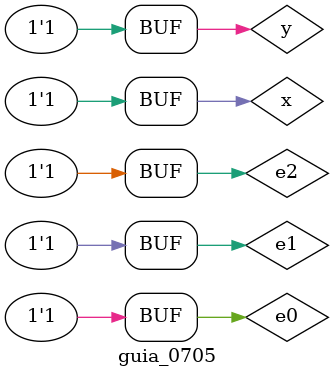
<source format=v>
module mux (output w, input x, input y, input e2, input e1, input e0);
	wire ne2, ne1, ne0;
	wire nxy, andxy, nandxy, xorxy, xnorxy, orxy, norxy;
	wire and1, and2, and3, and4, and5, and6, and7;

	not  NOT2   (ne2, e2);
	not  NOT1   (ne1, e1);
	not  NOT0   (ne0, e0);

	not  NOTXY  (nxy, x);
	and  ANDXY  (andxy, x, y);
	nand NANDXY (nandxy, x, y);
	xor  XORXY  (xorxy, x, y);
	xnor XNORXY (xnorxy, x, y);
	or   ORXY   (orxy, x, y);
	nor  NORXY  (norxy, x, y);

	and  AND1   (and1, nxy, ne2, ne1, ne0);
	and  AND2   (and2, andxy, ne2, ne1, e0);
	and  AND3   (and3, nandxy, ne2, e1, ne0);
	and  AND4   (and4, xorxy, ne2, e1, e0);
	and  AND5   (and5, xnorxy, e2, ne1, ne0);
	and  AND6   (and6, orxy, e2, ne1, e0);
	and  AND7   (and7, norxy, e2, e1, ne0);

	or   RESP   (w, and1, and2, and3, and4, and5, and6, and7);
endmodule // mux

module guia_0705;
	reg x, y;
	reg e2, e1, e0;
	wire w;

	mux MUX (w, x, y, e2, e1, e0);

	initial begin : start
		x = 1'b0; y = 1'b0; e2 = 1'b0; e1 = 1'b0; e0 = 1'b0;
	end // start

	initial begin : main
		$display("x y 2 1 0 w");
		#1 $monitor("%b %b %b %b %b %b", x, y, e2, e1, e0, w);

		#1 x = 1'b0; y = 1'b0; e2 = 1'b0; e1 = 1'b0; e0 = 1'b0;
		#1 x = 1'b0; y = 1'b0; e2 = 1'b0; e1 = 1'b0; e0 = 1'b1;
		#1 x = 1'b0; y = 1'b0; e2 = 1'b0; e1 = 1'b1; e0 = 1'b0;
		#1 x = 1'b0; y = 1'b0; e2 = 1'b0; e1 = 1'b1; e0 = 1'b1;
		#1 x = 1'b0; y = 1'b0; e2 = 1'b1; e1 = 1'b0; e0 = 1'b0;
		#1 x = 1'b0; y = 1'b0; e2 = 1'b1; e1 = 1'b0; e0 = 1'b1;
		#1 x = 1'b0; y = 1'b0; e2 = 1'b1; e1 = 1'b1; e0 = 1'b0;
		#1 x = 1'b0; y = 1'b0; e2 = 1'b1; e1 = 1'b1; e0 = 1'b1;
		
		#1 $display("");

		#1 x = 1'b0; y = 1'b1; e2 = 1'b0; e1 = 1'b0; e0 = 1'b0;
		#1 x = 1'b0; y = 1'b1; e2 = 1'b0; e1 = 1'b0; e0 = 1'b1;
		#1 x = 1'b0; y = 1'b1; e2 = 1'b0; e1 = 1'b1; e0 = 1'b0;
		#1 x = 1'b0; y = 1'b1; e2 = 1'b0; e1 = 1'b1; e0 = 1'b1;
		#1 x = 1'b0; y = 1'b1; e2 = 1'b1; e1 = 1'b0; e0 = 1'b0;
		#1 x = 1'b0; y = 1'b1; e2 = 1'b1; e1 = 1'b0; e0 = 1'b1;
		#1 x = 1'b0; y = 1'b1; e2 = 1'b1; e1 = 1'b1; e0 = 1'b0;
		#1 x = 1'b0; y = 1'b1; e2 = 1'b1; e1 = 1'b1; e0 = 1'b1;

		#1 $display("");

		#1 x = 1'b1; y = 1'b0; e2 = 1'b0; e1 = 1'b0; e0 = 1'b0;
		#1 x = 1'b1; y = 1'b0; e2 = 1'b0; e1 = 1'b0; e0 = 1'b1;
		#1 x = 1'b1; y = 1'b0; e2 = 1'b0; e1 = 1'b1; e0 = 1'b0;
		#1 x = 1'b1; y = 1'b0; e2 = 1'b0; e1 = 1'b1; e0 = 1'b1;
		#1 x = 1'b1; y = 1'b0; e2 = 1'b1; e1 = 1'b0; e0 = 1'b0;
		#1 x = 1'b1; y = 1'b0; e2 = 1'b1; e1 = 1'b0; e0 = 1'b1;
		#1 x = 1'b1; y = 1'b0; e2 = 1'b1; e1 = 1'b1; e0 = 1'b0;
		#1 x = 1'b1; y = 1'b0; e2 = 1'b1; e1 = 1'b1; e0 = 1'b1;

		#1 $display("");

		#1 x = 1'b1; y = 1'b1; e2 = 1'b0; e1 = 1'b0; e0 = 1'b0;
		#1 x = 1'b1; y = 1'b1; e2 = 1'b0; e1 = 1'b0; e0 = 1'b1;
		#1 x = 1'b1; y = 1'b1; e2 = 1'b0; e1 = 1'b1; e0 = 1'b0;
		#1 x = 1'b1; y = 1'b1; e2 = 1'b0; e1 = 1'b1; e0 = 1'b1;
		#1 x = 1'b1; y = 1'b1; e2 = 1'b1; e1 = 1'b0; e0 = 1'b0;
		#1 x = 1'b1; y = 1'b1; e2 = 1'b1; e1 = 1'b0; e0 = 1'b1;
		#1 x = 1'b1; y = 1'b1; e2 = 1'b1; e1 = 1'b1; e0 = 1'b0;
		#1 x = 1'b1; y = 1'b1; e2 = 1'b1; e1 = 1'b1; e0 = 1'b1;
	end // main

endmodule // guia_0705

</source>
